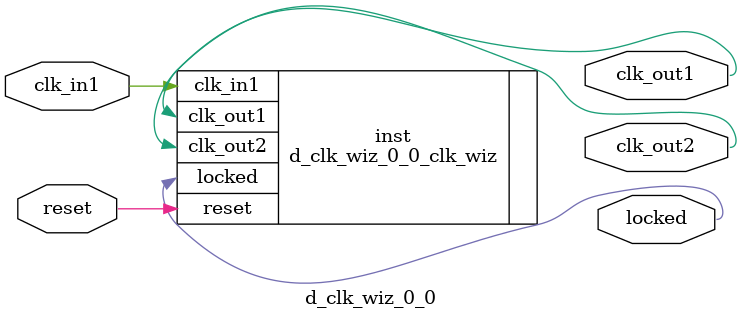
<source format=v>


`timescale 1ps/1ps

(* CORE_GENERATION_INFO = "d_clk_wiz_0_0,clk_wiz_v5_3_2_0,{component_name=d_clk_wiz_0_0,use_phase_alignment=true,use_min_o_jitter=false,use_max_i_jitter=false,use_dyn_phase_shift=false,use_inclk_switchover=false,use_dyn_reconfig=false,enable_axi=0,feedback_source=FDBK_AUTO,PRIMITIVE=MMCM,num_out_clk=2,clkin1_period=83.333,clkin2_period=10.0,use_power_down=false,use_reset=true,use_locked=true,use_inclk_stopped=false,feedback_type=SINGLE,CLOCK_MGR_TYPE=NA,manual_override=false}" *)

module d_clk_wiz_0_0 
 (
  // Clock out ports
  output        clk_out1,
  output        clk_out2,
  // Status and control signals
  input         reset,
  output        locked,
 // Clock in ports
  input         clk_in1
 );

  d_clk_wiz_0_0_clk_wiz inst
  (
  // Clock out ports  
  .clk_out1(clk_out1),
  .clk_out2(clk_out2),
  // Status and control signals               
  .reset(reset), 
  .locked(locked),
 // Clock in ports
  .clk_in1(clk_in1)
  );

endmodule

</source>
